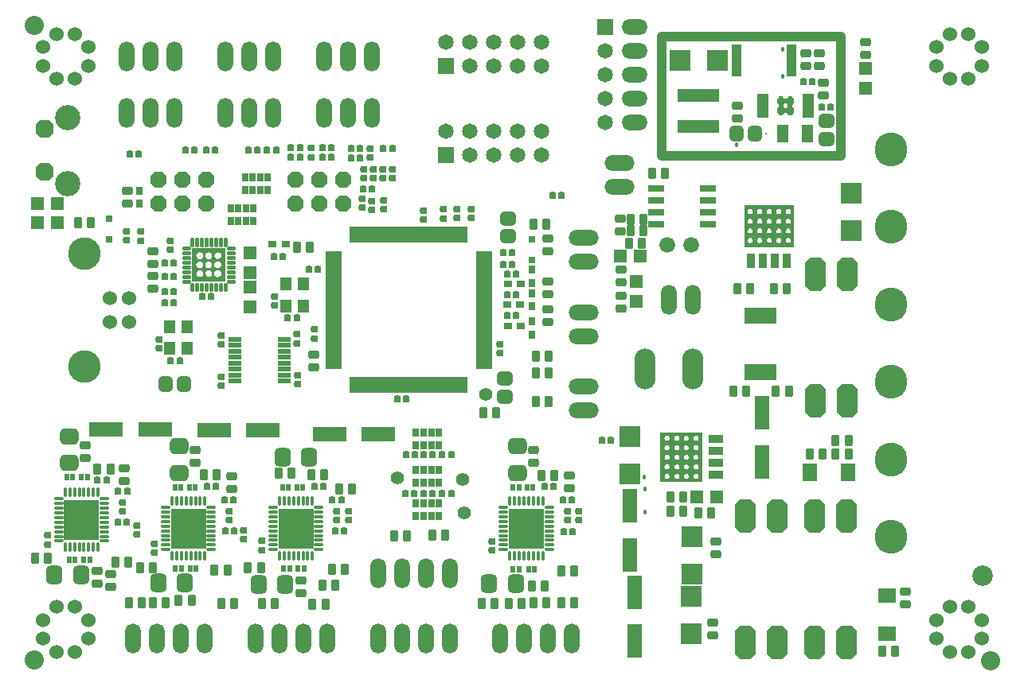
<source format=gts>
G04 Layer_Color=8388736*
%FSLAX24Y24*%
%MOIN*%
G70*
G01*
G75*
%ADD29C,0.0600*%
%ADD177C,0.0150*%
%ADD178C,0.0394*%
%ADD179R,0.0460X0.0130*%
%ADD180R,0.0530X0.0170*%
G04:AMPARAMS|DCode=181|XSize=28mil|YSize=30mil|CornerRadius=7.4mil|HoleSize=0mil|Usage=FLASHONLY|Rotation=90.000|XOffset=0mil|YOffset=0mil|HoleType=Round|Shape=RoundedRectangle|*
%AMROUNDEDRECTD181*
21,1,0.0280,0.0152,0,0,90.0*
21,1,0.0132,0.0300,0,0,90.0*
1,1,0.0148,0.0076,0.0066*
1,1,0.0148,0.0076,-0.0066*
1,1,0.0148,-0.0076,-0.0066*
1,1,0.0148,-0.0076,0.0066*
%
%ADD181ROUNDEDRECTD181*%
G04:AMPARAMS|DCode=182|XSize=28mil|YSize=30mil|CornerRadius=7.4mil|HoleSize=0mil|Usage=FLASHONLY|Rotation=0.000|XOffset=0mil|YOffset=0mil|HoleType=Round|Shape=RoundedRectangle|*
%AMROUNDEDRECTD182*
21,1,0.0280,0.0152,0,0,0.0*
21,1,0.0132,0.0300,0,0,0.0*
1,1,0.0148,0.0066,-0.0076*
1,1,0.0148,-0.0066,-0.0076*
1,1,0.0148,-0.0066,0.0076*
1,1,0.0148,0.0066,0.0076*
%
%ADD182ROUNDEDRECTD182*%
%ADD183R,0.0260X0.0320*%
%ADD184R,0.0611X0.1399*%
G04:AMPARAMS|DCode=185|XSize=56mil|YSize=56mil|CornerRadius=28mil|HoleSize=0mil|Usage=FLASHONLY|Rotation=90.000|XOffset=0mil|YOffset=0mil|HoleType=Round|Shape=RoundedRectangle|*
%AMROUNDEDRECTD185*
21,1,0.0560,0.0000,0,0,90.0*
21,1,0.0000,0.0560,0,0,90.0*
1,1,0.0560,0.0000,0.0000*
1,1,0.0560,0.0000,0.0000*
1,1,0.0560,0.0000,0.0000*
1,1,0.0560,0.0000,0.0000*
%
%ADD185ROUNDEDRECTD185*%
G04:AMPARAMS|DCode=186|XSize=35.1mil|YSize=45.4mil|CornerRadius=8.8mil|HoleSize=0mil|Usage=FLASHONLY|Rotation=0.000|XOffset=0mil|YOffset=0mil|HoleType=Round|Shape=RoundedRectangle|*
%AMROUNDEDRECTD186*
21,1,0.0351,0.0277,0,0,0.0*
21,1,0.0175,0.0454,0,0,0.0*
1,1,0.0177,0.0087,-0.0139*
1,1,0.0177,-0.0087,-0.0139*
1,1,0.0177,-0.0087,0.0139*
1,1,0.0177,0.0087,0.0139*
%
%ADD186ROUNDEDRECTD186*%
G04:AMPARAMS|DCode=187|XSize=69mil|YSize=77mil|CornerRadius=18.8mil|HoleSize=0mil|Usage=FLASHONLY|Rotation=90.000|XOffset=0mil|YOffset=0mil|HoleType=Round|Shape=RoundedRectangle|*
%AMROUNDEDRECTD187*
21,1,0.0690,0.0395,0,0,90.0*
21,1,0.0315,0.0770,0,0,90.0*
1,1,0.0375,0.0198,0.0158*
1,1,0.0375,0.0198,-0.0158*
1,1,0.0375,-0.0198,-0.0158*
1,1,0.0375,-0.0198,0.0158*
%
%ADD187ROUNDEDRECTD187*%
G04:AMPARAMS|DCode=188|XSize=35.1mil|YSize=45.4mil|CornerRadius=8.8mil|HoleSize=0mil|Usage=FLASHONLY|Rotation=270.000|XOffset=0mil|YOffset=0mil|HoleType=Round|Shape=RoundedRectangle|*
%AMROUNDEDRECTD188*
21,1,0.0351,0.0277,0,0,270.0*
21,1,0.0175,0.0454,0,0,270.0*
1,1,0.0177,-0.0139,-0.0087*
1,1,0.0177,-0.0139,0.0087*
1,1,0.0177,0.0139,0.0087*
1,1,0.0177,0.0139,-0.0087*
%
%ADD188ROUNDEDRECTD188*%
%ADD189R,0.0198X0.0296*%
G04:AMPARAMS|DCode=190|XSize=69mil|YSize=77mil|CornerRadius=18.8mil|HoleSize=0mil|Usage=FLASHONLY|Rotation=180.000|XOffset=0mil|YOffset=0mil|HoleType=Round|Shape=RoundedRectangle|*
%AMROUNDEDRECTD190*
21,1,0.0690,0.0395,0,0,180.0*
21,1,0.0315,0.0770,0,0,180.0*
1,1,0.0375,-0.0158,0.0198*
1,1,0.0375,0.0158,0.0198*
1,1,0.0375,0.0158,-0.0198*
1,1,0.0375,-0.0158,-0.0198*
%
%ADD190ROUNDEDRECTD190*%
%ADD191R,0.1477X0.1674*%
%ADD192O,0.0158X0.0395*%
%ADD193O,0.0395X0.0158*%
%ADD194R,0.1399X0.0611*%
%ADD195R,0.0620X0.0340*%
G04:AMPARAMS|DCode=196|XSize=58mil|YSize=66mil|CornerRadius=16mil|HoleSize=0mil|Usage=FLASHONLY|Rotation=270.000|XOffset=0mil|YOffset=0mil|HoleType=Round|Shape=RoundedRectangle|*
%AMROUNDEDRECTD196*
21,1,0.0580,0.0340,0,0,270.0*
21,1,0.0260,0.0660,0,0,270.0*
1,1,0.0320,-0.0170,-0.0130*
1,1,0.0320,-0.0170,0.0130*
1,1,0.0320,0.0170,0.0130*
1,1,0.0320,0.0170,-0.0130*
%
%ADD196ROUNDEDRECTD196*%
%ADD197R,0.0414X0.1359*%
%ADD198R,0.0300X0.0300*%
%ADD199R,0.0680X0.0200*%
%ADD200R,0.0200X0.0680*%
%ADD201R,0.0540X0.0540*%
%ADD202R,0.0540X0.0540*%
G04:AMPARAMS|DCode=203|XSize=15mil|YSize=35.4mil|CornerRadius=6.4mil|HoleSize=0mil|Usage=FLASHONLY|Rotation=180.000|XOffset=0mil|YOffset=0mil|HoleType=Round|Shape=RoundedRectangle|*
%AMROUNDEDRECTD203*
21,1,0.0150,0.0227,0,0,180.0*
21,1,0.0022,0.0354,0,0,180.0*
1,1,0.0128,-0.0011,0.0113*
1,1,0.0128,0.0011,0.0113*
1,1,0.0128,0.0011,-0.0113*
1,1,0.0128,-0.0011,-0.0113*
%
%ADD203ROUNDEDRECTD203*%
G04:AMPARAMS|DCode=204|XSize=15mil|YSize=35.4mil|CornerRadius=6.4mil|HoleSize=0mil|Usage=FLASHONLY|Rotation=270.000|XOffset=0mil|YOffset=0mil|HoleType=Round|Shape=RoundedRectangle|*
%AMROUNDEDRECTD204*
21,1,0.0150,0.0227,0,0,270.0*
21,1,0.0022,0.0354,0,0,270.0*
1,1,0.0128,-0.0113,-0.0011*
1,1,0.0128,-0.0113,0.0011*
1,1,0.0128,0.0113,0.0011*
1,1,0.0128,0.0113,-0.0011*
%
%ADD204ROUNDEDRECTD204*%
%ADD205R,0.0480X0.0580*%
%ADD206R,0.0340X0.0620*%
G04:AMPARAMS|DCode=207|XSize=58mil|YSize=66mil|CornerRadius=16mil|HoleSize=0mil|Usage=FLASHONLY|Rotation=180.000|XOffset=0mil|YOffset=0mil|HoleType=Round|Shape=RoundedRectangle|*
%AMROUNDEDRECTD207*
21,1,0.0580,0.0340,0,0,180.0*
21,1,0.0260,0.0660,0,0,180.0*
1,1,0.0320,-0.0130,0.0170*
1,1,0.0320,0.0130,0.0170*
1,1,0.0320,0.0130,-0.0170*
1,1,0.0320,-0.0130,-0.0170*
%
%ADD207ROUNDEDRECTD207*%
%ADD208R,0.1320X0.0690*%
G04:AMPARAMS|DCode=209|XSize=80mil|YSize=80mil|CornerRadius=40mil|HoleSize=0mil|Usage=FLASHONLY|Rotation=0.000|XOffset=0mil|YOffset=0mil|HoleType=Round|Shape=RoundedRectangle|*
%AMROUNDEDRECTD209*
21,1,0.0800,0.0000,0,0,0.0*
21,1,0.0000,0.0800,0,0,0.0*
1,1,0.0800,0.0000,0.0000*
1,1,0.0800,0.0000,0.0000*
1,1,0.0800,0.0000,0.0000*
1,1,0.0800,0.0000,0.0000*
%
%ADD209ROUNDEDRECTD209*%
%ADD210R,0.0660X0.0300*%
%ADD211R,0.0850X0.0850*%
%ADD212R,0.0560X0.0210*%
%ADD213R,0.0340X0.0260*%
%ADD214R,0.0260X0.0340*%
%ADD215R,0.0603X0.0769*%
%ADD216R,0.0769X0.0603*%
%ADD217R,0.0493X0.0729*%
%ADD218R,0.0850X0.0850*%
%ADD219R,0.1733X0.0525*%
%ADD220R,0.0482X0.0198*%
%ADD221R,0.0651X0.0651*%
%ADD222C,0.0651*%
G04:AMPARAMS|DCode=223|XSize=139mil|YSize=89mil|CornerRadius=0mil|HoleSize=0mil|Usage=FLASHONLY|Rotation=90.000|XOffset=0mil|YOffset=0mil|HoleType=Round|Shape=Octagon|*
%AMOCTAGOND223*
4,1,8,0.0223,0.0695,-0.0223,0.0695,-0.0445,0.0473,-0.0445,-0.0473,-0.0223,-0.0695,0.0223,-0.0695,0.0445,-0.0473,0.0445,0.0473,0.0223,0.0695,0.0*
%
%ADD223OCTAGOND223*%

%ADD224O,0.0885X0.1710*%
%ADD225O,0.0660X0.1260*%
%ADD226P,0.0823X8X292.5*%
%ADD227C,0.1060*%
%ADD228C,0.1365*%
%ADD229P,0.0736X8X22.5*%
%ADD230O,0.1260X0.0660*%
%ADD231C,0.0660*%
%ADD232O,0.1084X0.0651*%
%ADD233R,0.0651X0.0651*%
%ADD234O,0.1360X0.1420*%
%ADD235C,0.0860*%
%ADD236C,0.0180*%
%ADD237C,0.0080*%
G36*
X18499Y27480D02*
Y27100D01*
X18411Y27100D01*
X18499D01*
Y26720D01*
X18440Y26720D01*
X18499D01*
Y26391D01*
X17101D01*
Y26730D01*
X17194Y26730D01*
X17101D01*
Y27100D01*
X17189Y27100D01*
X17101D01*
Y27480D01*
Y27799D01*
X18499D01*
Y27480D01*
D02*
G37*
G36*
X42285Y29311D02*
Y28917D01*
Y28514D01*
Y28120D01*
Y27845D01*
X40238D01*
Y28120D01*
Y28514D01*
Y28917D01*
Y29321D01*
Y29606D01*
X42285D01*
Y29311D01*
D02*
G37*
G36*
X38472Y18006D02*
X36710D01*
Y20053D01*
X38472D01*
Y18006D01*
D02*
G37*
G36*
X42232Y34150D02*
X42234Y34134D01*
X42246Y34106D01*
X42267Y34084D01*
X42296Y34072D01*
X42311Y34071D01*
Y33864D01*
X42298Y33863D01*
X42273Y33853D01*
X42254Y33834D01*
X42243Y33809D01*
X42242Y33795D01*
Y33756D01*
X42232D01*
Y33746D01*
X42234Y33731D01*
X42246Y33702D01*
X42267Y33681D01*
X42296Y33669D01*
X42311Y33667D01*
Y33470D01*
X42296Y33469D01*
X42267Y33457D01*
X42246Y33435D01*
X42234Y33407D01*
X42232Y33392D01*
Y33372D01*
X42055D01*
X42053Y33391D01*
X42039Y33427D01*
X42011Y33454D01*
X41976Y33469D01*
X41957Y33470D01*
X41937D01*
X41918Y33469D01*
X41882Y33454D01*
X41855Y33427D01*
X41840Y33391D01*
X41839Y33372D01*
X41661D01*
Y33382D01*
X41660Y33397D01*
X41648Y33426D01*
X41626Y33447D01*
X41598Y33459D01*
X41583Y33461D01*
Y33667D01*
X41596Y33669D01*
X41621Y33679D01*
X41640Y33698D01*
X41650Y33723D01*
X41652Y33736D01*
Y33776D01*
X41661D01*
Y33785D01*
X41660Y33801D01*
X41648Y33829D01*
X41626Y33851D01*
X41598Y33863D01*
X41583Y33864D01*
Y34061D01*
X41598Y34063D01*
X41626Y34074D01*
X41648Y34096D01*
X41660Y34124D01*
X41661Y34140D01*
Y34159D01*
X41839D01*
X41840Y34140D01*
X41855Y34105D01*
X41882Y34078D01*
X41918Y34063D01*
X41937Y34061D01*
X41957D01*
X41976Y34063D01*
X42011Y34078D01*
X42039Y34105D01*
X42053Y34140D01*
X42055Y34159D01*
X42232D01*
Y34150D01*
D02*
G37*
%LPC*%
G36*
X17805Y26863D02*
X17800Y26862D01*
X17800Y26862D01*
X17795Y26863D01*
X17746Y26853D01*
X17705Y26825D01*
X17677Y26784D01*
X17668Y26740D01*
X17670Y26740D01*
Y26730D01*
X17669D01*
X17667Y26720D01*
X17678Y26669D01*
X17706Y26626D01*
X17749Y26598D01*
X17800Y26587D01*
X17800Y26587D01*
X17800Y26587D01*
X17800Y26587D01*
X17855Y26598D01*
X17901Y26629D01*
X17932Y26675D01*
X17943Y26730D01*
X17943Y26730D01*
X17940Y26730D01*
X17984Y26730D01*
X17942Y26730D01*
X17932Y26778D01*
X17902Y26822D01*
X17858Y26852D01*
X17805Y26863D01*
D02*
G37*
G36*
X17430Y27243D02*
X17430Y27243D01*
X17430Y27240D01*
X17420Y27243D01*
X17420Y27243D01*
X17365Y27232D01*
X17319Y27201D01*
X17288Y27155D01*
X17277Y27100D01*
X17277Y27100D01*
D01*
Y27100D01*
X17280D01*
X17277Y27100D01*
Y27100D01*
X17277Y27100D01*
X17288Y27045D01*
X17319Y26999D01*
X17365Y26968D01*
X17420Y26957D01*
X17420Y26957D01*
X17420Y26958D01*
X17425Y26957D01*
X17482Y26968D01*
X17530Y27000D01*
X17562Y27048D01*
X17572Y27100D01*
X17570Y27100D01*
X17573Y27100D01*
X17573Y27100D01*
X17562Y27155D01*
X17531Y27201D01*
X17485Y27232D01*
X17430Y27243D01*
D02*
G37*
G36*
X17425Y26863D02*
X17420Y26862D01*
X17420Y26862D01*
X17415Y26863D01*
X17366Y26853D01*
X17325Y26825D01*
X17297Y26784D01*
X17288Y26740D01*
X17290Y26740D01*
Y26730D01*
X17287D01*
X17287Y26730D01*
X17298Y26675D01*
X17329Y26629D01*
X17375Y26598D01*
X17430Y26587D01*
X17430Y26587D01*
X17430Y26588D01*
X17435Y26587D01*
X17484Y26597D01*
X17525Y26625D01*
X17553Y26666D01*
X17562Y26710D01*
X17560Y26710D01*
Y26730D01*
X17615D01*
X17562Y26730D01*
X17552Y26778D01*
X17522Y26822D01*
X17478Y26852D01*
X17425Y26863D01*
D02*
G37*
G36*
X18175Y26873D02*
X18118Y26862D01*
X18070Y26830D01*
X18038Y26782D01*
X18028Y26730D01*
X18028D01*
Y26730D01*
X18030Y26730D01*
X18028Y26730D01*
X18027Y26725D01*
X18038Y26668D01*
X18070Y26620D01*
X18118Y26588D01*
X18170Y26578D01*
X18170Y26578D01*
X18175Y26577D01*
X18232Y26588D01*
X18280Y26620D01*
X18312Y26668D01*
X18322Y26720D01*
X18322D01*
Y26720D01*
X18320Y26720D01*
X18322D01*
X18323Y26725D01*
X18312Y26782D01*
X18280Y26830D01*
X18232Y26862D01*
X18180Y26872D01*
X18180Y26872D01*
X18175Y26873D01*
D02*
G37*
G36*
X18180Y27243D02*
X18180Y27243D01*
X18180Y27240D01*
X18170Y27243D01*
X18170Y27243D01*
X18115Y27232D01*
X18069Y27201D01*
X18038Y27155D01*
X18027Y27100D01*
X18027Y27100D01*
D01*
Y27100D01*
X18030D01*
X18027Y27100D01*
Y27100D01*
X18027Y27100D01*
X18038Y27045D01*
X18069Y26999D01*
X18115Y26968D01*
X18170Y26957D01*
X18170Y26957D01*
X18170Y26958D01*
X18175Y26957D01*
X18232Y26968D01*
X18280Y27000D01*
X18312Y27048D01*
X18322Y27100D01*
X18320Y27100D01*
X18323D01*
X18323Y27100D01*
X18312Y27155D01*
X18281Y27201D01*
X18235Y27232D01*
X18180Y27243D01*
D02*
G37*
G36*
X17800Y27623D02*
X17800Y27623D01*
X17800D01*
X17800D01*
X17800D01*
X17800Y27623D01*
X17745Y27612D01*
X17699Y27581D01*
X17668Y27535D01*
X17657Y27480D01*
X17658Y27480D01*
X17658Y27480D01*
X17660Y27480D01*
X17658Y27480D01*
X17657Y27475D01*
X17668Y27418D01*
X17700Y27370D01*
X17748Y27338D01*
X17800Y27328D01*
X17800Y27327D01*
X17800Y27327D01*
X17855Y27338D01*
X17901Y27369D01*
X17932Y27415D01*
X17943Y27470D01*
X17943Y27470D01*
X17940Y27470D01*
Y27480D01*
X17943Y27480D01*
X17943Y27480D01*
X17932Y27535D01*
X17901Y27581D01*
X17855Y27612D01*
X17800Y27623D01*
D02*
G37*
G36*
X17805Y27243D02*
X17800Y27242D01*
X17800Y27242D01*
X17795Y27243D01*
X17742Y27232D01*
X17698Y27202D01*
X17668Y27158D01*
X17657Y27105D01*
X17658Y27100D01*
X17658D01*
X17658Y27100D01*
X17660D01*
X17658Y27100D01*
X17657Y27095D01*
X17668Y27042D01*
X17698Y26998D01*
X17742Y26968D01*
X17790Y26958D01*
X17790Y26958D01*
X17795Y26957D01*
X17852Y26968D01*
X17900Y27000D01*
X17932Y27048D01*
X17942Y27100D01*
X17940Y27100D01*
X17942Y27110D01*
X17932Y27158D01*
X17902Y27202D01*
X17858Y27232D01*
X17805Y27243D01*
D02*
G37*
G36*
X18175Y27623D02*
X18170Y27622D01*
X18170Y27622D01*
X18122Y27612D01*
X18078Y27582D01*
X18048Y27538D01*
X18037Y27485D01*
X18038Y27480D01*
X18038D01*
X18038Y27480D01*
D01*
D01*
X18037Y27475D01*
X18048Y27422D01*
X18078Y27378D01*
X18122Y27348D01*
X18170Y27338D01*
X18170Y27338D01*
X18175Y27337D01*
X18232Y27348D01*
X18280Y27380D01*
X18312Y27428D01*
X18322Y27480D01*
X18320Y27480D01*
X18440D01*
X18322Y27480D01*
X18312Y27532D01*
X18280Y27580D01*
X18232Y27612D01*
X18175Y27623D01*
D02*
G37*
G36*
X17425D02*
X17420Y27622D01*
X17420Y27623D01*
X17420Y27623D01*
X17365Y27612D01*
X17319Y27581D01*
X17288Y27535D01*
X17277Y27480D01*
X17277Y27480D01*
X17280D01*
X17277Y27480D01*
Y27480D01*
X17277D01*
X17277Y27480D01*
X17289Y27421D01*
X17322Y27372D01*
X17371Y27339D01*
X17430Y27327D01*
X17430Y27327D01*
Y27327D01*
X17430Y27327D01*
X17485Y27338D01*
X17531Y27369D01*
X17562Y27416D01*
X17573Y27470D01*
X17571Y27480D01*
X17570Y27480D01*
X17571Y27480D01*
X17571Y27480D01*
X17615Y27480D01*
X17572Y27480D01*
X17562Y27532D01*
X17530Y27580D01*
X17482Y27612D01*
X17425Y27623D01*
D02*
G37*
%LPD*%
G36*
X18038Y27480D02*
X18038Y27480D01*
X18040D01*
X18038Y27480D01*
D02*
G37*
%LPC*%
G36*
X40868Y29036D02*
X40847Y29034D01*
X40807Y29017D01*
X40778Y28987D01*
X40761Y28948D01*
X40759Y28927D01*
Y28917D01*
X40761Y28898D01*
X40776Y28863D01*
X40803Y28836D01*
X40839Y28821D01*
X40858Y28819D01*
X40879Y28821D01*
X40917Y28837D01*
X40946Y28866D01*
X40962Y28905D01*
X40963Y28917D01*
X40956D01*
Y28947D01*
X40955Y28964D01*
X40941Y28996D01*
X40917Y29021D01*
X40885Y29034D01*
X40868Y29036D01*
D02*
G37*
G36*
X41261Y29026D02*
X41242Y29024D01*
X41207Y29009D01*
X41179Y28982D01*
X41165Y28947D01*
X41163Y28927D01*
Y28917D01*
X41156D01*
X41157Y28905D01*
X41173Y28866D01*
X41202Y28837D01*
X41241Y28821D01*
X41261Y28819D01*
X41281Y28821D01*
X41317Y28836D01*
X41345Y28864D01*
X41360Y28900D01*
X41361Y28917D01*
X41360D01*
Y28927D01*
X41358Y28947D01*
X41343Y28982D01*
X41316Y29009D01*
X41281Y29024D01*
X41261Y29026D01*
D02*
G37*
G36*
X41665D02*
X41646Y29024D01*
X41610Y29009D01*
X41583Y28982D01*
X41568Y28947D01*
X41566Y28927D01*
Y28917D01*
X41557D01*
X41559Y28898D01*
X41573Y28863D01*
X41600Y28836D01*
X41636Y28821D01*
X41655Y28819D01*
X41677Y28821D01*
X41716Y28838D01*
X41747Y28868D01*
X41763Y28908D01*
X41764Y28917D01*
X41763D01*
Y28927D01*
X41761Y28947D01*
X41747Y28982D01*
X41720Y29009D01*
X41684Y29024D01*
X41665Y29026D01*
D02*
G37*
G36*
Y28622D02*
X41646Y28620D01*
X41610Y28606D01*
X41583Y28578D01*
X41568Y28543D01*
X41566Y28524D01*
Y28514D01*
X41558D01*
X41559Y28505D01*
X41573Y28469D01*
X41600Y28442D01*
X41636Y28427D01*
X41655Y28425D01*
X41677Y28427D01*
X41716Y28444D01*
X41747Y28474D01*
X41763Y28514D01*
X41763Y28516D01*
Y28524D01*
X41761Y28543D01*
X41747Y28578D01*
X41720Y28606D01*
X41684Y28620D01*
X41665Y28622D01*
D02*
G37*
G36*
X42059D02*
X42039Y28620D01*
X42004Y28606D01*
X41977Y28578D01*
X41962Y28543D01*
X41960Y28524D01*
Y28514D01*
X41952D01*
X41952Y28512D01*
X41969Y28473D01*
X41998Y28444D01*
X42037Y28427D01*
X42059Y28425D01*
X42079Y28427D01*
X42118Y28443D01*
X42147Y28473D01*
X42163Y28511D01*
X42163Y28514D01*
X42157D01*
Y28524D01*
X42155Y28543D01*
X42140Y28578D01*
X42113Y28606D01*
X42078Y28620D01*
X42059Y28622D01*
D02*
G37*
G36*
X40464Y29026D02*
X40445Y29024D01*
X40409Y29009D01*
X40382Y28982D01*
X40368Y28947D01*
X40366Y28927D01*
Y28917D01*
X40357D01*
X40358Y28906D01*
X40374Y28867D01*
X40404Y28837D01*
X40443Y28821D01*
X40464Y28819D01*
X40484Y28821D01*
X40519Y28836D01*
X40547Y28863D01*
X40562Y28899D01*
X40564Y28917D01*
X40553D01*
Y28937D01*
X40551Y28954D01*
X40538Y28986D01*
X40513Y29011D01*
X40481Y29024D01*
X40464Y29026D01*
D02*
G37*
G36*
X42059D02*
X42039Y29024D01*
X42004Y29009D01*
X41977Y28982D01*
X41962Y28947D01*
X41960Y28927D01*
Y28917D01*
X41951D01*
X41952Y28906D01*
X41969Y28867D01*
X41998Y28837D01*
X42037Y28821D01*
X42059Y28819D01*
X42079Y28821D01*
X42118Y28837D01*
X42147Y28866D01*
X42163Y28905D01*
X42164Y28917D01*
X42157D01*
Y28927D01*
X42155Y28947D01*
X42140Y28982D01*
X42113Y29009D01*
X42078Y29024D01*
X42059Y29026D01*
D02*
G37*
G36*
X41665Y29439D02*
X41644Y29437D01*
X41605Y29421D01*
X41575Y29391D01*
X41559Y29352D01*
X41557Y29331D01*
Y29321D01*
X41559Y29302D01*
X41573Y29266D01*
X41600Y29239D01*
X41636Y29224D01*
X41655Y29223D01*
X41677Y29225D01*
X41716Y29241D01*
X41747Y29272D01*
X41763Y29311D01*
X41763Y29313D01*
Y29341D01*
X41761Y29360D01*
X41747Y29395D01*
X41720Y29423D01*
X41684Y29437D01*
X41665Y29439D01*
D02*
G37*
G36*
X42059D02*
X42037Y29437D01*
X41998Y29421D01*
X41969Y29391D01*
X41952Y29352D01*
X41950Y29331D01*
X41952Y29310D01*
X41969Y29271D01*
X41998Y29241D01*
X42037Y29225D01*
X42059Y29223D01*
X42079Y29225D01*
X42118Y29240D01*
X42147Y29270D01*
X42163Y29308D01*
X42165Y29329D01*
Y29352D01*
X42165Y29352D01*
X42149Y29391D01*
X42119Y29421D01*
X42080Y29437D01*
X42059Y29439D01*
D02*
G37*
G36*
X40463Y29438D02*
X40462Y29431D01*
X40441Y29429D01*
X40402Y29413D01*
X40372Y29383D01*
X40356Y29344D01*
X40356D01*
Y29331D01*
X40358Y29310D01*
X40374Y29271D01*
X40404Y29241D01*
X40443Y29225D01*
X40464Y29223D01*
X40484Y29225D01*
X40519Y29239D01*
X40547Y29267D01*
X40562Y29303D01*
X40564Y29321D01*
X40563D01*
X40562Y29340D01*
X40560Y29359D01*
X40545Y29395D01*
X40518Y29422D01*
X40483Y29437D01*
X40463Y29438D01*
D02*
G37*
G36*
X40858Y29439D02*
X40839Y29437D01*
X40803Y29423D01*
X40776Y29395D01*
X40761Y29360D01*
X40759Y29341D01*
Y29333D01*
Y29331D01*
Y29321D01*
X40761Y29302D01*
X40776Y29266D01*
X40803Y29239D01*
X40839Y29224D01*
X40858Y29223D01*
X40879Y29225D01*
X40917Y29240D01*
X40946Y29270D01*
X40962Y29308D01*
X40964Y29329D01*
Y29352D01*
X40964Y29352D01*
X40948Y29391D01*
X40918Y29421D01*
X40879Y29437D01*
X40858Y29439D01*
D02*
G37*
G36*
X41271Y29429D02*
X41261D01*
X41240Y29427D01*
X41201Y29411D01*
X41171Y29381D01*
X41155Y29342D01*
Y29329D01*
X41157Y29308D01*
X41173Y29270D01*
X41202Y29240D01*
X41241Y29225D01*
X41261Y29223D01*
X41281Y29225D01*
X41317Y29239D01*
X41345Y29267D01*
X41360Y29303D01*
X41360Y29311D01*
X41360D01*
Y29341D01*
X41358Y29358D01*
X41345Y29390D01*
X41320Y29414D01*
X41288Y29428D01*
X41271Y29429D01*
D02*
G37*
G36*
X40464Y28228D02*
X40445Y28227D01*
X40409Y28212D01*
X40382Y28185D01*
X40368Y28149D01*
X40366Y28130D01*
Y28120D01*
X40356D01*
Y28120D01*
X40358Y28099D01*
X40374Y28060D01*
X40404Y28030D01*
X40443Y28014D01*
X40464Y28012D01*
X40485Y28014D01*
X40524Y28030D01*
X40554Y28060D01*
X40570Y28099D01*
X40572Y28120D01*
Y28120D01*
X40553D01*
Y28140D01*
X40551Y28157D01*
X40538Y28189D01*
X40513Y28214D01*
X40481Y28227D01*
X40464Y28228D01*
D02*
G37*
G36*
X40868Y28238D02*
X40847Y28236D01*
X40807Y28220D01*
X40778Y28190D01*
X40761Y28151D01*
X40759Y28130D01*
Y28120D01*
Y28110D01*
X40761Y28091D01*
X40776Y28056D01*
X40803Y28029D01*
X40839Y28014D01*
X40858Y28012D01*
X40879Y28014D01*
X40918Y28030D01*
X40948Y28060D01*
X40964Y28099D01*
X40966Y28120D01*
Y28120D01*
X40956D01*
Y28150D01*
X40955Y28167D01*
X40941Y28199D01*
X40917Y28223D01*
X40885Y28237D01*
X40868Y28238D01*
D02*
G37*
G36*
X40464Y28622D02*
X40445Y28620D01*
X40409Y28606D01*
X40382Y28578D01*
X40368Y28543D01*
X40366Y28524D01*
Y28514D01*
X40358D01*
X40358Y28513D01*
X40374Y28474D01*
X40404Y28444D01*
X40443Y28427D01*
X40464Y28425D01*
X40484Y28427D01*
X40519Y28442D01*
X40547Y28470D01*
X40562Y28506D01*
X40563Y28514D01*
X40553D01*
Y28534D01*
X40551Y28551D01*
X40538Y28583D01*
X40513Y28607D01*
X40481Y28621D01*
X40464Y28622D01*
D02*
G37*
G36*
X40868Y28632D02*
X40847Y28630D01*
X40807Y28614D01*
X40778Y28584D01*
X40761Y28545D01*
X40759Y28524D01*
X40761Y28505D01*
X40776Y28469D01*
X40803Y28442D01*
X40839Y28427D01*
X40858Y28425D01*
X40879Y28427D01*
X40917Y28443D01*
X40946Y28473D01*
X40962Y28511D01*
X40962Y28514D01*
X40956D01*
Y28543D01*
X40955Y28561D01*
X40941Y28593D01*
X40917Y28617D01*
X40885Y28630D01*
X40868Y28632D01*
D02*
G37*
G36*
X41261Y28622D02*
X41242Y28620D01*
X41207Y28606D01*
X41179Y28578D01*
X41165Y28543D01*
X41163Y28524D01*
Y28514D01*
X41157D01*
X41157Y28511D01*
X41173Y28473D01*
X41202Y28443D01*
X41241Y28427D01*
X41261Y28425D01*
X41281Y28427D01*
X41317Y28442D01*
X41345Y28470D01*
X41360Y28506D01*
X41360Y28514D01*
X41360D01*
Y28524D01*
X41358Y28543D01*
X41343Y28578D01*
X41316Y28606D01*
X41281Y28620D01*
X41261Y28622D01*
D02*
G37*
G36*
X42059Y28228D02*
X42039Y28227D01*
X42004Y28212D01*
X41977Y28185D01*
X41962Y28149D01*
X41960Y28130D01*
Y28130D01*
X41961Y28111D01*
X41963Y28092D01*
X41977Y28056D01*
X42005Y28029D01*
X42040Y28015D01*
X42059Y28013D01*
X42061Y28020D01*
X42082Y28022D01*
X42121Y28038D01*
X42151Y28068D01*
X42167Y28107D01*
X42168Y28120D01*
X42157D01*
Y28130D01*
X42155Y28149D01*
X42140Y28185D01*
X42113Y28212D01*
X42078Y28227D01*
X42059Y28228D01*
D02*
G37*
G36*
X41665D02*
X41646Y28227D01*
X41610Y28212D01*
X41583Y28185D01*
X41568Y28149D01*
X41566Y28130D01*
Y28120D01*
X41557D01*
Y28120D01*
X41559Y28099D01*
X41575Y28060D01*
X41605Y28030D01*
X41644Y28014D01*
X41665Y28012D01*
X41684Y28014D01*
X41720Y28029D01*
X41747Y28056D01*
X41761Y28091D01*
X41763Y28110D01*
Y28120D01*
Y28130D01*
X41761Y28149D01*
X41747Y28185D01*
X41720Y28212D01*
X41684Y28227D01*
X41665Y28228D01*
D02*
G37*
G36*
X41261D02*
X41242Y28227D01*
X41207Y28212D01*
X41179Y28185D01*
X41165Y28149D01*
X41163Y28130D01*
Y28120D01*
Y28110D01*
X41165Y28093D01*
X41178Y28061D01*
X41202Y28037D01*
X41234Y28024D01*
X41252Y28022D01*
X41261D01*
X41282Y28024D01*
X41321Y28040D01*
X41351Y28070D01*
X41368Y28109D01*
X41369Y28120D01*
X41360D01*
Y28130D01*
X41358Y28149D01*
X41343Y28185D01*
X41316Y28212D01*
X41281Y28227D01*
X41261Y28228D01*
D02*
G37*
G36*
X37399Y19932D02*
Y19925D01*
X37389D01*
X37370Y19923D01*
X37334Y19908D01*
X37307Y19881D01*
X37293Y19846D01*
X37291Y19827D01*
X37293Y19807D01*
X37307Y19772D01*
X37334Y19745D01*
X37370Y19730D01*
X37389Y19728D01*
X37399D01*
Y19719D01*
X37410Y19720D01*
X37449Y19737D01*
X37479Y19766D01*
X37495Y19805D01*
X37497Y19827D01*
X37495Y19847D01*
X37480Y19886D01*
X37450Y19915D01*
X37412Y19931D01*
X37399Y19932D01*
D02*
G37*
G36*
X36988Y19933D02*
X36964D01*
X36964Y19933D01*
X36925Y19917D01*
X36896Y19887D01*
X36879Y19848D01*
X36877Y19827D01*
X36879Y19805D01*
X36896Y19766D01*
X36925Y19737D01*
X36964Y19720D01*
X36986Y19718D01*
X37007Y19720D01*
X37046Y19737D01*
X37076Y19766D01*
X37092Y19805D01*
X37094Y19827D01*
X37092Y19847D01*
X37076Y19886D01*
X37047Y19915D01*
X37008Y19931D01*
X36988Y19933D01*
D02*
G37*
G36*
X37399Y19532D02*
Y19531D01*
X37389D01*
X37370Y19529D01*
X37334Y19515D01*
X37307Y19488D01*
X37293Y19452D01*
X37291Y19433D01*
X37293Y19414D01*
X37307Y19378D01*
X37334Y19351D01*
X37370Y19336D01*
X37389Y19334D01*
X37399D01*
Y19325D01*
X37418Y19326D01*
X37454Y19341D01*
X37481Y19368D01*
X37496Y19404D01*
X37497Y19423D01*
X37495Y19444D01*
X37479Y19484D01*
X37448Y19515D01*
X37409Y19531D01*
X37399Y19532D01*
D02*
G37*
G36*
X38206Y19531D02*
X38186D01*
X38167Y19529D01*
X38132Y19515D01*
X38105Y19488D01*
X38090Y19452D01*
X38088Y19433D01*
X38090Y19414D01*
X38105Y19378D01*
X38132Y19351D01*
X38167Y19336D01*
X38186Y19334D01*
X38196D01*
Y19325D01*
X38196D01*
X38217Y19327D01*
X38256Y19343D01*
X38286Y19373D01*
X38302Y19412D01*
X38304Y19433D01*
X38303Y19452D01*
X38288Y19488D01*
X38261Y19515D01*
X38225Y19529D01*
X38206Y19531D01*
D02*
G37*
G36*
X37800D02*
X37793D01*
X37773Y19529D01*
X37738Y19515D01*
X37711Y19488D01*
X37696Y19452D01*
X37694Y19433D01*
X37696Y19414D01*
X37711Y19378D01*
X37738Y19351D01*
X37773Y19336D01*
X37793Y19334D01*
X37803D01*
Y19326D01*
X37812Y19326D01*
X37847Y19341D01*
X37875Y19368D01*
X37889Y19404D01*
X37891Y19423D01*
X37889Y19444D01*
X37873Y19484D01*
X37842Y19515D01*
X37802Y19531D01*
X37800Y19531D01*
D02*
G37*
G36*
X37803Y19931D02*
Y19925D01*
X37793D01*
X37773Y19923D01*
X37738Y19908D01*
X37711Y19881D01*
X37696Y19846D01*
X37694Y19827D01*
X37696Y19807D01*
X37711Y19772D01*
X37738Y19745D01*
X37773Y19730D01*
X37793Y19728D01*
X37803D01*
Y19720D01*
X37804Y19720D01*
X37843Y19737D01*
X37873Y19766D01*
X37889Y19805D01*
X37891Y19827D01*
X37889Y19847D01*
X37873Y19886D01*
X37844Y19915D01*
X37806Y19931D01*
X37803Y19931D01*
D02*
G37*
G36*
X38196Y19936D02*
Y19925D01*
X38186D01*
X38167Y19923D01*
X38132Y19908D01*
X38105Y19881D01*
X38090Y19846D01*
X38088Y19827D01*
X38090Y19807D01*
X38105Y19772D01*
X38132Y19745D01*
X38167Y19730D01*
X38186Y19728D01*
X38186D01*
X38205Y19729D01*
X38225Y19731D01*
X38260Y19745D01*
X38287Y19773D01*
X38302Y19808D01*
X38304Y19827D01*
X38297Y19829D01*
X38295Y19850D01*
X38279Y19889D01*
X38249Y19919D01*
X38210Y19935D01*
X38196Y19936D01*
D02*
G37*
G36*
X37803Y18331D02*
Y18321D01*
X37783D01*
X37766Y18319D01*
X37734Y18306D01*
X37709Y18281D01*
X37696Y18249D01*
X37694Y18232D01*
X37696Y18213D01*
X37711Y18177D01*
X37738Y18150D01*
X37773Y18136D01*
X37793Y18134D01*
X37803D01*
Y18126D01*
X37804Y18126D01*
X37843Y18142D01*
X37873Y18172D01*
X37889Y18211D01*
X37891Y18232D01*
X37889Y18251D01*
X37874Y18287D01*
X37847Y18315D01*
X37811Y18330D01*
X37803Y18331D01*
D02*
G37*
G36*
X36988Y18732D02*
X36964D01*
X36964Y18732D01*
X36925Y18716D01*
X36896Y18686D01*
X36879Y18647D01*
X36877Y18626D01*
X36879Y18607D01*
X36894Y18571D01*
X36921Y18544D01*
X36957Y18529D01*
X36976Y18527D01*
X36995D01*
X37015Y18529D01*
X37050Y18544D01*
X37077Y18571D01*
X37092Y18607D01*
X37094Y18626D01*
X37092Y18646D01*
X37076Y18685D01*
X37047Y18714D01*
X37008Y18730D01*
X36988Y18732D01*
D02*
G37*
G36*
X37399Y18731D02*
Y18724D01*
X37369D01*
X37352Y18722D01*
X37320Y18709D01*
X37296Y18685D01*
X37283Y18653D01*
X37281Y18636D01*
X37283Y18614D01*
X37299Y18575D01*
X37329Y18546D01*
X37368Y18529D01*
X37389Y18527D01*
X37399D01*
X37418Y18529D01*
X37454Y18544D01*
X37481Y18571D01*
X37496Y18607D01*
X37497Y18626D01*
X37495Y18646D01*
X37480Y18685D01*
X37450Y18714D01*
X37412Y18730D01*
X37399Y18731D01*
D02*
G37*
G36*
X36995Y18332D02*
Y18330D01*
X36976Y18330D01*
X36957Y18328D01*
X36922Y18313D01*
X36895Y18286D01*
X36880Y18251D01*
X36878Y18231D01*
X36885Y18230D01*
X36887Y18209D01*
X36903Y18170D01*
X36933Y18140D01*
X36972Y18124D01*
X36972D01*
Y18124D01*
X36985D01*
X37007Y18126D01*
X37046Y18142D01*
X37076Y18172D01*
X37092Y18211D01*
X37094Y18232D01*
X37092Y18251D01*
X37077Y18287D01*
X37050Y18315D01*
X37014Y18330D01*
X36995Y18332D01*
D02*
G37*
G36*
X38196Y18340D02*
X38196D01*
Y18321D01*
X38177D01*
X38159Y18319D01*
X38127Y18306D01*
X38103Y18281D01*
X38090Y18249D01*
X38088Y18232D01*
X38090Y18213D01*
X38105Y18177D01*
X38132Y18150D01*
X38167Y18136D01*
X38186Y18134D01*
X38196D01*
Y18124D01*
X38196D01*
X38217Y18126D01*
X38256Y18142D01*
X38286Y18172D01*
X38302Y18211D01*
X38304Y18232D01*
X38302Y18253D01*
X38286Y18292D01*
X38256Y18322D01*
X38217Y18338D01*
X38196Y18340D01*
D02*
G37*
G36*
X37399Y18332D02*
Y18321D01*
X37379D01*
X37362Y18319D01*
X37330Y18306D01*
X37306Y18281D01*
X37292Y18249D01*
X37291Y18232D01*
X37293Y18213D01*
X37307Y18177D01*
X37334Y18150D01*
X37370Y18136D01*
X37389Y18134D01*
X37399D01*
Y18125D01*
X37410Y18126D01*
X37449Y18142D01*
X37479Y18172D01*
X37495Y18211D01*
X37497Y18232D01*
X37495Y18251D01*
X37481Y18287D01*
X37453Y18315D01*
X37417Y18330D01*
X37399Y18332D01*
D02*
G37*
G36*
X38196Y18734D02*
X38196D01*
Y18724D01*
X38167D01*
X38149Y18722D01*
X38117Y18709D01*
X38093Y18685D01*
X38080Y18653D01*
X38078Y18636D01*
X38080Y18614D01*
X38096Y18575D01*
X38126Y18546D01*
X38165Y18529D01*
X38186Y18527D01*
X38206D01*
X38225Y18529D01*
X38261Y18544D01*
X38288Y18571D01*
X38303Y18607D01*
X38304Y18626D01*
X38302Y18647D01*
X38286Y18686D01*
X38256Y18716D01*
X38217Y18732D01*
X38196Y18734D01*
D02*
G37*
G36*
X37803Y19128D02*
Y19128D01*
X37793D01*
X37773Y19126D01*
X37738Y19111D01*
X37711Y19084D01*
X37696Y19048D01*
X37694Y19029D01*
X37696Y19010D01*
X37711Y18975D01*
X37738Y18947D01*
X37773Y18933D01*
X37793Y18931D01*
X37803D01*
Y18925D01*
X37806Y18925D01*
X37844Y18941D01*
X37873Y18970D01*
X37889Y19009D01*
X37891Y19029D01*
X37889Y19049D01*
X37874Y19085D01*
X37847Y19113D01*
X37810Y19128D01*
X37803Y19128D01*
D02*
G37*
G36*
X38196Y19137D02*
Y19128D01*
X38186D01*
X38167Y19126D01*
X38132Y19111D01*
X38105Y19084D01*
X38090Y19048D01*
X38088Y19029D01*
X38090Y19010D01*
X38105Y18975D01*
X38132Y18947D01*
X38167Y18933D01*
X38186Y18931D01*
X38206D01*
X38223Y18933D01*
X38255Y18946D01*
X38280Y18970D01*
X38293Y19002D01*
X38295Y19019D01*
Y19029D01*
X38293Y19050D01*
X38276Y19089D01*
X38247Y19119D01*
X38207Y19135D01*
X38196Y19137D01*
D02*
G37*
G36*
X37003Y19531D02*
X36976D01*
X36957Y19529D01*
X36921Y19515D01*
X36894Y19488D01*
X36879Y19452D01*
X36877Y19433D01*
X36879Y19412D01*
X36896Y19373D01*
X36925Y19343D01*
X36964Y19327D01*
X36986Y19325D01*
X36995D01*
X37015Y19326D01*
X37050Y19341D01*
X37077Y19368D01*
X37092Y19404D01*
X37094Y19423D01*
X37092Y19444D01*
X37075Y19484D01*
X37045Y19515D01*
X37005Y19531D01*
X37003Y19531D01*
D02*
G37*
G36*
X37803Y18730D02*
Y18724D01*
X37773D01*
X37756Y18722D01*
X37724Y18709D01*
X37699Y18685D01*
X37686Y18653D01*
X37684Y18636D01*
X37686Y18614D01*
X37703Y18575D01*
X37733Y18546D01*
X37772Y18529D01*
X37793Y18527D01*
X37812Y18529D01*
X37847Y18544D01*
X37875Y18571D01*
X37889Y18607D01*
X37891Y18626D01*
X37889Y18646D01*
X37873Y18685D01*
X37844Y18714D01*
X37806Y18730D01*
X37803Y18730D01*
D02*
G37*
G36*
X37005Y19128D02*
Y19128D01*
X36976D01*
X36958Y19126D01*
X36927Y19113D01*
X36902Y19088D01*
X36889Y19056D01*
X36887Y19039D01*
Y19029D01*
X36889Y19008D01*
X36905Y18969D01*
X36935Y18939D01*
X36974Y18923D01*
X36988D01*
X37008Y18925D01*
X37047Y18941D01*
X37076Y18970D01*
X37092Y19009D01*
X37094Y19029D01*
X37092Y19049D01*
X37077Y19085D01*
X37049Y19113D01*
X37013Y19128D01*
X37005Y19128D01*
D02*
G37*
G36*
X37399Y19129D02*
Y19128D01*
X37389D01*
X37370Y19126D01*
X37334Y19111D01*
X37307Y19084D01*
X37293Y19048D01*
X37291Y19029D01*
X37293Y19010D01*
X37307Y18975D01*
X37334Y18947D01*
X37370Y18933D01*
X37389Y18931D01*
X37399D01*
Y18924D01*
X37412Y18925D01*
X37450Y18941D01*
X37480Y18970D01*
X37495Y19009D01*
X37497Y19029D01*
X37495Y19049D01*
X37481Y19085D01*
X37453Y19113D01*
X37417Y19128D01*
X37399Y19129D01*
D02*
G37*
G36*
X41947Y33864D02*
X41928Y33862D01*
X41892Y33848D01*
X41865Y33820D01*
X41850Y33785D01*
X41848Y33766D01*
D01*
X41850Y33747D01*
X41865Y33711D01*
X41892Y33684D01*
X41928Y33669D01*
X41947Y33667D01*
X41966Y33669D01*
X42002Y33684D01*
X42029Y33711D01*
X42043Y33747D01*
X42045Y33766D01*
D01*
X42043Y33785D01*
X42029Y33820D01*
X42002Y33848D01*
X41966Y33862D01*
X41947Y33864D01*
D02*
G37*
%LPD*%
D29*
X49606Y10866D02*
D03*
X48819D02*
D03*
X48268Y11417D02*
D03*
Y12205D02*
D03*
X48819Y12756D02*
D03*
X49606D02*
D03*
X50157Y12205D02*
D03*
Y11417D02*
D03*
X12205Y10866D02*
D03*
X11417D02*
D03*
X10866Y11417D02*
D03*
Y12205D02*
D03*
X11417Y12756D02*
D03*
X12205D02*
D03*
X12756Y12205D02*
D03*
Y11417D02*
D03*
X12205Y34882D02*
D03*
X11417D02*
D03*
X10866Y35433D02*
D03*
Y36220D02*
D03*
X11417Y36772D02*
D03*
X12205D02*
D03*
X12756Y36220D02*
D03*
Y35433D02*
D03*
X49606Y34882D02*
D03*
X48819D02*
D03*
X48268Y35433D02*
D03*
Y36220D02*
D03*
X48819Y36772D02*
D03*
X49606D02*
D03*
X50157Y36220D02*
D03*
Y35433D02*
D03*
X13668Y24697D02*
D03*
Y25689D02*
D03*
X14458D02*
D03*
Y24697D02*
D03*
D177*
X16750Y26411D02*
X16970D01*
X16750Y26608D02*
X16970D01*
X16750Y26805D02*
X16970D01*
X16750Y27002D02*
X16970D01*
X16750Y27200D02*
X16970D01*
X16750Y27400D02*
X16970D01*
X16750Y27600D02*
X16970D01*
X16750Y27790D02*
X16970D01*
X17110Y27930D02*
Y28150D01*
X17300Y27930D02*
Y28150D01*
X17500Y27930D02*
Y28150D01*
X17110Y26057D02*
Y26273D01*
Y26057D02*
Y26273D01*
X17300Y26057D02*
Y26273D01*
X17500Y26057D02*
Y26273D01*
X17700Y27930D02*
Y28150D01*
X17898Y27930D02*
Y28150D01*
X18095Y27930D02*
Y28150D01*
X18292Y27930D02*
Y28150D01*
X17700Y26057D02*
Y26273D01*
X17898Y26057D02*
Y26273D01*
X18095Y26057D02*
Y26273D01*
X18292Y26057D02*
Y26273D01*
X18489Y27930D02*
Y28150D01*
Y26057D02*
Y26273D01*
X18627Y26411D02*
X18843D01*
X18627Y26608D02*
X18843D01*
X18627Y26805D02*
X18843D01*
X18627Y27002D02*
X18843D01*
X18627Y27200D02*
X18843D01*
X18627Y27400D02*
X18843D01*
X18627Y27600D02*
X18843D01*
X18627Y27790D02*
X18843D01*
D178*
X36750Y31650D02*
Y36650D01*
Y31650D02*
X44250D01*
Y36650D01*
X36750D02*
X44250D01*
D179*
X20941Y23975D02*
D03*
X20941Y23725D02*
D03*
Y23475D02*
D03*
X20941Y23225D02*
D03*
X20941Y22975D02*
D03*
X20941Y22725D02*
D03*
Y22475D02*
D03*
X20941Y22225D02*
D03*
X18901D02*
D03*
Y22475D02*
D03*
Y22725D02*
D03*
X18901Y22975D02*
D03*
X18901Y23225D02*
D03*
Y23475D02*
D03*
X18901Y23725D02*
D03*
X18901Y23975D02*
D03*
D180*
X20946D02*
D03*
X20946Y23725D02*
D03*
Y23475D02*
D03*
X20946Y23225D02*
D03*
X20946Y22975D02*
D03*
Y22725D02*
D03*
X20946Y22475D02*
D03*
X20946Y22225D02*
D03*
X18896D02*
D03*
X18896Y22475D02*
D03*
Y22725D02*
D03*
Y22975D02*
D03*
Y23225D02*
D03*
Y23475D02*
D03*
Y23725D02*
D03*
Y23975D02*
D03*
D181*
X25490Y30723D02*
D03*
Y31100D02*
D03*
X25090Y31097D02*
D03*
Y30720D02*
D03*
X24690Y31097D02*
D03*
Y30720D02*
D03*
X24280Y31099D02*
D03*
Y30720D02*
D03*
X24570Y31957D02*
D03*
Y31580D02*
D03*
X22080Y31601D02*
D03*
Y31980D02*
D03*
X25120Y29807D02*
D03*
Y29430D02*
D03*
X24630Y29767D02*
D03*
Y29390D02*
D03*
X24240Y29869D02*
D03*
Y29490D02*
D03*
X28780Y29427D02*
D03*
Y29050D02*
D03*
X28210Y29427D02*
D03*
Y29050D02*
D03*
X27630Y29417D02*
D03*
Y29040D02*
D03*
X33300Y16391D02*
D03*
Y16770D02*
D03*
X32820Y16767D02*
D03*
Y16390D02*
D03*
X29670Y15123D02*
D03*
Y15500D02*
D03*
X23170Y16767D02*
D03*
Y16390D02*
D03*
X23650Y16391D02*
D03*
Y16770D02*
D03*
X20030Y15143D02*
D03*
Y15520D02*
D03*
X19250Y15591D02*
D03*
Y15970D02*
D03*
X18670Y16390D02*
D03*
Y16767D02*
D03*
X14210Y17137D02*
D03*
Y16760D02*
D03*
X30000Y23396D02*
D03*
Y23773D02*
D03*
X22215Y24006D02*
D03*
Y24383D02*
D03*
X16200Y27713D02*
D03*
Y28090D02*
D03*
X15718Y23967D02*
D03*
Y23590D02*
D03*
X20561Y25768D02*
D03*
Y25391D02*
D03*
X26811Y28992D02*
D03*
Y29369D02*
D03*
X14945Y28489D02*
D03*
Y28110D02*
D03*
X18337Y22028D02*
D03*
Y22405D02*
D03*
X21516Y22096D02*
D03*
Y22473D02*
D03*
X21506Y24183D02*
D03*
Y23806D02*
D03*
X18327Y24124D02*
D03*
Y23747D02*
D03*
X14345Y28113D02*
D03*
Y28490D02*
D03*
X11060Y15373D02*
D03*
Y15750D02*
D03*
X15520Y15410D02*
D03*
Y15033D02*
D03*
X14780Y15781D02*
D03*
Y16160D02*
D03*
D182*
X25103Y31970D02*
D03*
X25480D02*
D03*
X23763Y31570D02*
D03*
X24140D02*
D03*
X23763Y31970D02*
D03*
X24140D02*
D03*
X22927Y31580D02*
D03*
X22550D02*
D03*
X22927Y31980D02*
D03*
X22550D02*
D03*
X21617Y31600D02*
D03*
X21240D02*
D03*
X21617Y31990D02*
D03*
X21240D02*
D03*
X20240Y31900D02*
D03*
X20617D02*
D03*
X19450D02*
D03*
X19827D02*
D03*
X17683Y31890D02*
D03*
X18060D02*
D03*
X16823D02*
D03*
X17200D02*
D03*
X14483Y31720D02*
D03*
X14860D02*
D03*
X24627Y30260D02*
D03*
X24250D02*
D03*
X32227Y17800D02*
D03*
X31850D02*
D03*
X32623Y17230D02*
D03*
X33000D02*
D03*
X33037Y15900D02*
D03*
X32660D02*
D03*
X22597Y17810D02*
D03*
X22220D02*
D03*
X22973Y17230D02*
D03*
X23350D02*
D03*
X23477Y15940D02*
D03*
X23100D02*
D03*
X18480D02*
D03*
X18857D02*
D03*
X18834Y17220D02*
D03*
X18457D02*
D03*
X17720Y17810D02*
D03*
X18097D02*
D03*
X13517Y18060D02*
D03*
X13140D02*
D03*
X14003Y17600D02*
D03*
X14380D02*
D03*
X30128Y27106D02*
D03*
X30505D02*
D03*
X22372Y26909D02*
D03*
X21995D02*
D03*
X25679Y21468D02*
D03*
X26056D02*
D03*
X20896Y27441D02*
D03*
X20519D02*
D03*
X16337Y25500D02*
D03*
X15960D02*
D03*
X16337Y25950D02*
D03*
X15960D02*
D03*
X16585Y23071D02*
D03*
X16208D02*
D03*
X17904Y25758D02*
D03*
X17527D02*
D03*
X21486Y24872D02*
D03*
X21109D02*
D03*
X30285Y26693D02*
D03*
X30662D02*
D03*
X30285Y25827D02*
D03*
X30662D02*
D03*
X15961Y26600D02*
D03*
X16340D02*
D03*
X15961Y27150D02*
D03*
X16340D02*
D03*
X30128Y27598D02*
D03*
X30505D02*
D03*
X27577Y19128D02*
D03*
X27954D02*
D03*
X27577Y17495D02*
D03*
X27954D02*
D03*
X27174Y19138D02*
D03*
X26797D02*
D03*
X27174Y17504D02*
D03*
X26797D02*
D03*
X26426Y19138D02*
D03*
X26049D02*
D03*
X26396Y17504D02*
D03*
X26019D02*
D03*
X30285Y24961D02*
D03*
X30662D02*
D03*
X43067Y34760D02*
D03*
X42690D02*
D03*
X43451Y33710D02*
D03*
X43830D02*
D03*
X32183Y30000D02*
D03*
X32560D02*
D03*
X14367Y16310D02*
D03*
X13990D02*
D03*
X34630Y19720D02*
D03*
X34253D02*
D03*
D183*
X19318Y30760D02*
D03*
X19633D02*
D03*
X19950D02*
D03*
X20270D02*
D03*
Y30224D02*
D03*
X19950D02*
D03*
X19633D02*
D03*
X19318D02*
D03*
X19675Y29459D02*
D03*
X19360D02*
D03*
X19043D02*
D03*
X18723D02*
D03*
Y28923D02*
D03*
X19043D02*
D03*
X19360D02*
D03*
X19675D02*
D03*
X27430Y20063D02*
D03*
X27115D02*
D03*
X26797D02*
D03*
X26477D02*
D03*
Y19528D02*
D03*
X26797D02*
D03*
X27115D02*
D03*
X27430D02*
D03*
Y18508D02*
D03*
X27115D02*
D03*
X26797D02*
D03*
X26477D02*
D03*
Y17973D02*
D03*
X26797D02*
D03*
X27115D02*
D03*
X27430D02*
D03*
Y17111D02*
D03*
X27115D02*
D03*
X26797D02*
D03*
X26477D02*
D03*
Y16575D02*
D03*
X26797D02*
D03*
X27115D02*
D03*
X27430D02*
D03*
D184*
X40950Y18836D02*
D03*
Y20884D02*
D03*
X35440Y14936D02*
D03*
Y16984D02*
D03*
X35630Y11316D02*
D03*
Y13364D02*
D03*
D185*
X29410Y21650D02*
D03*
X25707Y18154D02*
D03*
X28510Y16710D02*
D03*
X28440Y18080D02*
D03*
D186*
X29282Y20890D02*
D03*
X29818D02*
D03*
X32258Y18270D02*
D03*
X31722D02*
D03*
X33098Y14250D02*
D03*
X32562D02*
D03*
X31858Y13640D02*
D03*
X31322D02*
D03*
X31392Y12940D02*
D03*
X31928D02*
D03*
X30362Y12910D02*
D03*
X30898D02*
D03*
X32552Y12940D02*
D03*
X33088D02*
D03*
X29232Y12910D02*
D03*
X29768D02*
D03*
X26108Y15740D02*
D03*
X25572D02*
D03*
X27172Y15760D02*
D03*
X27708D02*
D03*
X22628Y18280D02*
D03*
X22092D02*
D03*
X21248Y18350D02*
D03*
X20712D02*
D03*
X23252Y17710D02*
D03*
X23788D02*
D03*
X23498Y14320D02*
D03*
X22962D02*
D03*
X22552Y13660D02*
D03*
X23088D02*
D03*
X22142Y12860D02*
D03*
X22678D02*
D03*
X20548Y12900D02*
D03*
X20012D02*
D03*
X19978Y14390D02*
D03*
X19442D02*
D03*
X18138Y18280D02*
D03*
X17602D02*
D03*
X18578Y14310D02*
D03*
X18042D02*
D03*
X18312Y12890D02*
D03*
X18848D02*
D03*
X16542Y13040D02*
D03*
X17078D02*
D03*
X15988Y12940D02*
D03*
X15452D02*
D03*
X13678Y18530D02*
D03*
X13142D02*
D03*
X14980Y12940D02*
D03*
X14445D02*
D03*
X11068Y14790D02*
D03*
X10532D02*
D03*
X12848Y28850D02*
D03*
X12312D02*
D03*
X32030Y23258D02*
D03*
X31494D02*
D03*
X38838Y16690D02*
D03*
X38302D02*
D03*
X37132Y17350D02*
D03*
X37668D02*
D03*
X37132Y16750D02*
D03*
X37668D02*
D03*
X22039Y27835D02*
D03*
X21504D02*
D03*
X41472Y26100D02*
D03*
X42008D02*
D03*
X40458Y26100D02*
D03*
X39922D02*
D03*
X41542Y21810D02*
D03*
X42078D02*
D03*
X35461Y28996D02*
D03*
X35996D02*
D03*
X31386Y28780D02*
D03*
X31921D02*
D03*
X32030Y22559D02*
D03*
X31494D02*
D03*
Y21378D02*
D03*
X32030D02*
D03*
X35461Y28524D02*
D03*
X35996D02*
D03*
X35917Y28002D02*
D03*
X35382D02*
D03*
X36376Y30925D02*
D03*
X36911D02*
D03*
X45982Y10910D02*
D03*
X46518D02*
D03*
X44578Y19160D02*
D03*
X44042D02*
D03*
X42972D02*
D03*
X43508D02*
D03*
X44042Y19720D02*
D03*
X44578D02*
D03*
X40288Y21810D02*
D03*
X39752D02*
D03*
X14438Y14630D02*
D03*
X13902D02*
D03*
X15468Y14410D02*
D03*
X14932D02*
D03*
D187*
X30720Y18360D02*
D03*
Y19480D02*
D03*
X16550Y18360D02*
D03*
Y19480D02*
D03*
X11950Y18780D02*
D03*
Y19900D02*
D03*
D188*
X31390Y19338D02*
D03*
Y18802D02*
D03*
X32880Y17732D02*
D03*
Y18268D02*
D03*
X17230Y19328D02*
D03*
Y18792D02*
D03*
X21660Y13332D02*
D03*
Y13868D02*
D03*
X18760Y17692D02*
D03*
Y18228D02*
D03*
X14270Y18032D02*
D03*
Y18568D02*
D03*
X12630Y19518D02*
D03*
Y18982D02*
D03*
X15450Y26082D02*
D03*
Y26618D02*
D03*
X15450Y27668D02*
D03*
Y27132D02*
D03*
X32008Y27646D02*
D03*
Y28181D02*
D03*
X14390Y29663D02*
D03*
Y30199D02*
D03*
X45290Y35882D02*
D03*
Y36418D02*
D03*
X39044Y15485D02*
D03*
Y14949D02*
D03*
X35069Y26882D02*
D03*
Y26346D02*
D03*
X35020Y29037D02*
D03*
Y28502D02*
D03*
X22205Y22803D02*
D03*
Y23339D02*
D03*
X32008Y25874D02*
D03*
Y26409D02*
D03*
Y24693D02*
D03*
Y25228D02*
D03*
X35059Y25254D02*
D03*
Y25789D02*
D03*
X38890Y11562D02*
D03*
Y12098D02*
D03*
X39930Y33222D02*
D03*
Y33758D02*
D03*
X43540Y34192D02*
D03*
Y34728D02*
D03*
X42805Y35969D02*
D03*
Y35434D02*
D03*
X43376D02*
D03*
Y35969D02*
D03*
X46950Y13388D02*
D03*
Y12852D02*
D03*
X13130Y13722D02*
D03*
Y14258D02*
D03*
X13700Y14118D02*
D03*
Y13582D02*
D03*
D189*
X31368Y17750D02*
D03*
X31112D02*
D03*
X30522D02*
D03*
X30778D02*
D03*
X31438Y14340D02*
D03*
X31182D02*
D03*
X30542D02*
D03*
X30798D02*
D03*
X21738Y17760D02*
D03*
X21482D02*
D03*
X20882D02*
D03*
X21138D02*
D03*
X21788Y14350D02*
D03*
X21532D02*
D03*
X20922D02*
D03*
X21178D02*
D03*
X17238Y17760D02*
D03*
X16982D02*
D03*
X16382D02*
D03*
X16638D02*
D03*
X17268Y14360D02*
D03*
X17012D02*
D03*
X16402D02*
D03*
X16658D02*
D03*
X12718Y18180D02*
D03*
X12462D02*
D03*
X11852D02*
D03*
X12108D02*
D03*
X11952Y14720D02*
D03*
X12208D02*
D03*
X12818D02*
D03*
X12562D02*
D03*
D190*
X30650Y13720D02*
D03*
X29530D02*
D03*
X21000Y13710D02*
D03*
X19880D02*
D03*
X16800Y13750D02*
D03*
X15680D02*
D03*
X20890Y19020D02*
D03*
X22010D02*
D03*
X12460Y14110D02*
D03*
X11340D02*
D03*
D191*
X31090Y16041D02*
D03*
X21450D02*
D03*
X16950D02*
D03*
X12476Y16401D02*
D03*
D192*
X30401Y17192D02*
D03*
X30598D02*
D03*
X30795D02*
D03*
X30992D02*
D03*
X31188D02*
D03*
X31385D02*
D03*
X31582D02*
D03*
X31779D02*
D03*
Y14889D02*
D03*
X31582D02*
D03*
X31385D02*
D03*
X31188D02*
D03*
X30992D02*
D03*
X30795D02*
D03*
X30598D02*
D03*
X30401D02*
D03*
X20761Y17192D02*
D03*
X20958D02*
D03*
X21155D02*
D03*
X21352D02*
D03*
X21548D02*
D03*
X21745D02*
D03*
X21942D02*
D03*
X22139D02*
D03*
Y14889D02*
D03*
X21942D02*
D03*
X21745D02*
D03*
X21548D02*
D03*
X21352D02*
D03*
X21155D02*
D03*
X20958D02*
D03*
X20761D02*
D03*
X16261D02*
D03*
X16458D02*
D03*
X16655D02*
D03*
X16852D02*
D03*
X17048D02*
D03*
X17245D02*
D03*
X17442D02*
D03*
X17639D02*
D03*
Y17192D02*
D03*
X17442D02*
D03*
X17245D02*
D03*
X17048D02*
D03*
X16852D02*
D03*
X16655D02*
D03*
X16458D02*
D03*
X16261D02*
D03*
X11787Y17552D02*
D03*
X11984D02*
D03*
X12181D02*
D03*
X12378D02*
D03*
X12575D02*
D03*
X12772D02*
D03*
X12968D02*
D03*
X13165D02*
D03*
Y15249D02*
D03*
X12968D02*
D03*
X12772D02*
D03*
X12575D02*
D03*
X12378D02*
D03*
X12181D02*
D03*
X11984D02*
D03*
X11787D02*
D03*
D193*
X32045Y16926D02*
D03*
Y16730D02*
D03*
Y16533D02*
D03*
Y16336D02*
D03*
Y16139D02*
D03*
Y15942D02*
D03*
Y15745D02*
D03*
Y15548D02*
D03*
Y15352D02*
D03*
Y15155D02*
D03*
X30135D02*
D03*
Y15352D02*
D03*
Y15548D02*
D03*
Y15745D02*
D03*
Y15942D02*
D03*
Y16139D02*
D03*
Y16336D02*
D03*
Y16533D02*
D03*
Y16730D02*
D03*
Y16926D02*
D03*
X22405D02*
D03*
Y16730D02*
D03*
Y16533D02*
D03*
Y16336D02*
D03*
Y16139D02*
D03*
Y15942D02*
D03*
Y15745D02*
D03*
Y15548D02*
D03*
Y15352D02*
D03*
Y15155D02*
D03*
X20495D02*
D03*
Y15352D02*
D03*
Y15548D02*
D03*
Y15745D02*
D03*
Y15942D02*
D03*
Y16139D02*
D03*
Y16336D02*
D03*
Y16533D02*
D03*
Y16730D02*
D03*
Y16926D02*
D03*
X15995D02*
D03*
Y16730D02*
D03*
Y16533D02*
D03*
Y16336D02*
D03*
Y16139D02*
D03*
Y15942D02*
D03*
Y15745D02*
D03*
Y15548D02*
D03*
Y15352D02*
D03*
Y15155D02*
D03*
X17905D02*
D03*
Y15352D02*
D03*
Y15548D02*
D03*
Y15745D02*
D03*
Y15942D02*
D03*
Y16139D02*
D03*
Y16336D02*
D03*
Y16533D02*
D03*
Y16730D02*
D03*
Y16926D02*
D03*
X13431Y17286D02*
D03*
Y17090D02*
D03*
Y16893D02*
D03*
Y16696D02*
D03*
Y16499D02*
D03*
Y16302D02*
D03*
Y16105D02*
D03*
Y15908D02*
D03*
Y15712D02*
D03*
Y15515D02*
D03*
X11522D02*
D03*
Y15712D02*
D03*
Y15908D02*
D03*
Y16105D02*
D03*
Y16302D02*
D03*
Y16499D02*
D03*
Y16696D02*
D03*
Y16893D02*
D03*
Y17090D02*
D03*
Y17286D02*
D03*
D194*
X20074Y20160D02*
D03*
X18026D02*
D03*
X24894Y19990D02*
D03*
X22846D02*
D03*
X15554Y20210D02*
D03*
X13506D02*
D03*
D195*
X39043Y19779D02*
D03*
Y19279D02*
D03*
Y18779D02*
D03*
Y18279D02*
D03*
D196*
X30190Y22324D02*
D03*
Y21570D02*
D03*
X30315Y28281D02*
D03*
Y29035D02*
D03*
X43650Y32360D02*
D03*
Y33114D02*
D03*
D197*
X42211Y35650D02*
D03*
X39889D02*
D03*
D198*
X13642Y29026D02*
D03*
Y28153D02*
D03*
X31339Y27283D02*
D03*
Y28157D02*
D03*
D199*
X29318Y27562D02*
D03*
Y27365D02*
D03*
Y27169D02*
D03*
Y26972D02*
D03*
Y26775D02*
D03*
Y26578D02*
D03*
Y26381D02*
D03*
Y26184D02*
D03*
Y25987D02*
D03*
Y25791D02*
D03*
Y25594D02*
D03*
Y25397D02*
D03*
Y25200D02*
D03*
Y25000D02*
D03*
Y24800D02*
D03*
Y24600D02*
D03*
Y24410D02*
D03*
Y24210D02*
D03*
Y24010D02*
D03*
Y23820D02*
D03*
Y23620D02*
D03*
Y23420D02*
D03*
Y23230D02*
D03*
Y23030D02*
D03*
Y22830D02*
D03*
X23018D02*
D03*
Y23030D02*
D03*
Y23230D02*
D03*
Y23420D02*
D03*
Y23620D02*
D03*
Y23820D02*
D03*
Y24010D02*
D03*
Y24210D02*
D03*
Y24410D02*
D03*
Y24600D02*
D03*
Y24800D02*
D03*
Y25000D02*
D03*
Y25200D02*
D03*
Y25397D02*
D03*
Y25594D02*
D03*
Y25791D02*
D03*
Y25987D02*
D03*
Y26184D02*
D03*
Y26381D02*
D03*
Y26578D02*
D03*
Y26775D02*
D03*
Y26972D02*
D03*
Y27169D02*
D03*
Y27365D02*
D03*
Y27562D02*
D03*
D200*
X28538Y22050D02*
D03*
X28338D02*
D03*
X28138D02*
D03*
X27948D02*
D03*
X27748D02*
D03*
X27548D02*
D03*
X27358D02*
D03*
X27158D02*
D03*
X26958D02*
D03*
X26768D02*
D03*
X26568D02*
D03*
X26368D02*
D03*
X26168D02*
D03*
X25971D02*
D03*
X25774D02*
D03*
X25577D02*
D03*
X25380D02*
D03*
X25184D02*
D03*
X24987D02*
D03*
X24790D02*
D03*
X24593D02*
D03*
X24396D02*
D03*
X24199D02*
D03*
X24003D02*
D03*
X23806D02*
D03*
Y28350D02*
D03*
X24003D02*
D03*
X24199D02*
D03*
X24396D02*
D03*
X24593D02*
D03*
X24790D02*
D03*
X24987D02*
D03*
X25184D02*
D03*
X25380D02*
D03*
X25577D02*
D03*
X25774D02*
D03*
X25971D02*
D03*
X26168D02*
D03*
X26368D02*
D03*
X26568D02*
D03*
X26768D02*
D03*
X26958D02*
D03*
X27158D02*
D03*
X27358D02*
D03*
X27548D02*
D03*
X27748D02*
D03*
X27948D02*
D03*
X28138D02*
D03*
X28338D02*
D03*
X28538D02*
D03*
D201*
X10630Y28850D02*
D03*
X11463D02*
D03*
X10630Y29650D02*
D03*
X11463D02*
D03*
X38220Y17350D02*
D03*
X39053D02*
D03*
X35863Y27451D02*
D03*
X35030D02*
D03*
D202*
X19518Y26158D02*
D03*
Y25325D02*
D03*
X19528Y26775D02*
D03*
Y27608D02*
D03*
X45290Y34480D02*
D03*
Y35313D02*
D03*
X35699Y26394D02*
D03*
Y25561D02*
D03*
D203*
X17110Y26155D02*
D03*
X17300D02*
D03*
X17500D02*
D03*
X17700D02*
D03*
X17898D02*
D03*
X18095D02*
D03*
X18292D02*
D03*
X18489D02*
D03*
Y28050D02*
D03*
X18292D02*
D03*
X18095D02*
D03*
X17898D02*
D03*
X17700D02*
D03*
X17500D02*
D03*
X17300D02*
D03*
X17110D02*
D03*
D204*
X18745Y26411D02*
D03*
Y26608D02*
D03*
Y26805D02*
D03*
Y27002D02*
D03*
Y27200D02*
D03*
Y27400D02*
D03*
Y27600D02*
D03*
Y27790D02*
D03*
X16850D02*
D03*
Y27600D02*
D03*
Y27400D02*
D03*
Y27200D02*
D03*
Y27002D02*
D03*
Y26805D02*
D03*
Y26608D02*
D03*
Y26411D02*
D03*
D205*
X16175Y24494D02*
D03*
Y23581D02*
D03*
X16910D02*
D03*
Y24494D02*
D03*
X21766Y25367D02*
D03*
Y26280D02*
D03*
X21031D02*
D03*
Y25367D02*
D03*
D206*
X40511Y27274D02*
D03*
X41011D02*
D03*
X41511D02*
D03*
X42011D02*
D03*
D207*
X15998Y22096D02*
D03*
X16752D02*
D03*
X40660Y32600D02*
D03*
X39906D02*
D03*
D208*
X40893Y22581D02*
D03*
Y24952D02*
D03*
D209*
X10482Y10522D02*
D03*
Y37126D02*
D03*
X50512Y10482D02*
D03*
D210*
X38708Y28807D02*
D03*
Y29307D02*
D03*
Y30307D02*
D03*
X36535Y28807D02*
D03*
Y29307D02*
D03*
Y30307D02*
D03*
X38708Y29807D02*
D03*
X36535D02*
D03*
D211*
X35430Y18333D02*
D03*
Y19910D02*
D03*
X44710Y28533D02*
D03*
Y30110D02*
D03*
X38008Y11634D02*
D03*
Y13212D02*
D03*
X38019Y15695D02*
D03*
Y14118D02*
D03*
D212*
X20951Y23975D02*
D03*
Y23725D02*
D03*
X18898Y22220D02*
D03*
X20951Y22470D02*
D03*
X18898D02*
D03*
Y22970D02*
D03*
X20951Y22220D02*
D03*
X18898Y22720D02*
D03*
X20951D02*
D03*
X20951Y22970D02*
D03*
X20951Y23475D02*
D03*
X18898Y23225D02*
D03*
Y23475D02*
D03*
Y23975D02*
D03*
X20951Y23225D02*
D03*
X18898Y23725D02*
D03*
D213*
X30315Y26299D02*
D03*
X30866D02*
D03*
X30285Y25433D02*
D03*
X30837D02*
D03*
X21024Y27953D02*
D03*
X20472D02*
D03*
X30315Y24528D02*
D03*
X30866D02*
D03*
D214*
X31339Y26890D02*
D03*
Y26339D02*
D03*
Y25354D02*
D03*
Y25906D02*
D03*
X14892Y30197D02*
D03*
Y29646D02*
D03*
X31339Y24724D02*
D03*
Y24173D02*
D03*
D215*
X42949Y18380D02*
D03*
X44571D02*
D03*
D216*
X46210Y11619D02*
D03*
Y13241D02*
D03*
D217*
X41828Y32590D02*
D03*
X42872D02*
D03*
D218*
X37513Y35650D02*
D03*
X39090D02*
D03*
D219*
X38300Y34202D02*
D03*
Y32898D02*
D03*
D220*
X41002Y34159D02*
D03*
Y33963D02*
D03*
Y33766D02*
D03*
Y33569D02*
D03*
Y33372D02*
D03*
X42892Y34159D02*
D03*
Y33963D02*
D03*
Y33766D02*
D03*
Y33569D02*
D03*
Y33372D02*
D03*
D221*
X27740Y31690D02*
D03*
Y35440D02*
D03*
D222*
Y32690D02*
D03*
X28740Y31690D02*
D03*
Y32690D02*
D03*
X29740Y31690D02*
D03*
Y32690D02*
D03*
X30740Y31690D02*
D03*
Y32690D02*
D03*
X31740Y31690D02*
D03*
Y32690D02*
D03*
X27740Y36440D02*
D03*
X28740Y35440D02*
D03*
Y36440D02*
D03*
X29740Y35440D02*
D03*
Y36440D02*
D03*
X30740Y35440D02*
D03*
Y36440D02*
D03*
X31740Y35440D02*
D03*
Y36440D02*
D03*
X34397Y33057D02*
D03*
Y34057D02*
D03*
Y35057D02*
D03*
Y36057D02*
D03*
D223*
X43200Y21380D02*
D03*
X44540D02*
D03*
Y26680D02*
D03*
X43200D02*
D03*
X41590Y11254D02*
D03*
X40250D02*
D03*
Y16554D02*
D03*
X41590D02*
D03*
X44490Y16550D02*
D03*
X43150D02*
D03*
Y11250D02*
D03*
X44490D02*
D03*
D224*
X36057Y22717D02*
D03*
X38057D02*
D03*
D225*
X33000Y11421D02*
D03*
X32000D02*
D03*
X31000D02*
D03*
X30000D02*
D03*
X27878Y14173D02*
D03*
X26878D02*
D03*
X25878D02*
D03*
X24878D02*
D03*
X27878Y11417D02*
D03*
X26878D02*
D03*
X25878D02*
D03*
X24878D02*
D03*
X24622Y35827D02*
D03*
X23622D02*
D03*
X22622D02*
D03*
X18488D02*
D03*
X19488D02*
D03*
X20488D02*
D03*
X16354D02*
D03*
X15354D02*
D03*
X14354D02*
D03*
X37059Y25630D02*
D03*
X38059D02*
D03*
X22760Y11417D02*
D03*
X21760D02*
D03*
X20760D02*
D03*
X19760D02*
D03*
X20488Y33465D02*
D03*
X19488D02*
D03*
X18488D02*
D03*
X22622D02*
D03*
X23622D02*
D03*
X24622D02*
D03*
X16354D02*
D03*
X15354D02*
D03*
X14354D02*
D03*
X17642Y11417D02*
D03*
X16642D02*
D03*
X15642D02*
D03*
X14642D02*
D03*
D226*
X10927Y32780D02*
D03*
Y31000D02*
D03*
D227*
X11907Y33270D02*
D03*
Y30510D02*
D03*
D228*
X12598Y22827D02*
D03*
Y27559D02*
D03*
D229*
X21421Y29676D02*
D03*
Y30676D02*
D03*
X22421Y29676D02*
D03*
Y30676D02*
D03*
X23421Y29676D02*
D03*
Y30676D02*
D03*
X15695Y29676D02*
D03*
Y30676D02*
D03*
X16695Y29676D02*
D03*
Y30676D02*
D03*
X17695Y29676D02*
D03*
Y30676D02*
D03*
D230*
X33504Y27217D02*
D03*
Y28217D02*
D03*
Y24106D02*
D03*
Y25106D02*
D03*
X34990Y31370D02*
D03*
Y30370D02*
D03*
X33504Y20996D02*
D03*
Y21996D02*
D03*
D231*
X37008Y27913D02*
D03*
X38008D02*
D03*
D232*
X35613Y33057D02*
D03*
Y34057D02*
D03*
Y35057D02*
D03*
Y36057D02*
D03*
Y37057D02*
D03*
D233*
X34397D02*
D03*
D234*
X46370Y31945D02*
D03*
Y28695D02*
D03*
Y25445D02*
D03*
Y22195D02*
D03*
Y18945D02*
D03*
Y15695D02*
D03*
D235*
X50207Y14055D02*
D03*
D236*
X36020Y18200D02*
D03*
X41830Y36140D02*
D03*
X41826Y34996D02*
D03*
X39890Y32123D02*
D03*
X36060Y17700D02*
D03*
X36050Y16730D02*
D03*
D237*
X41130Y32600D02*
D03*
M02*

</source>
